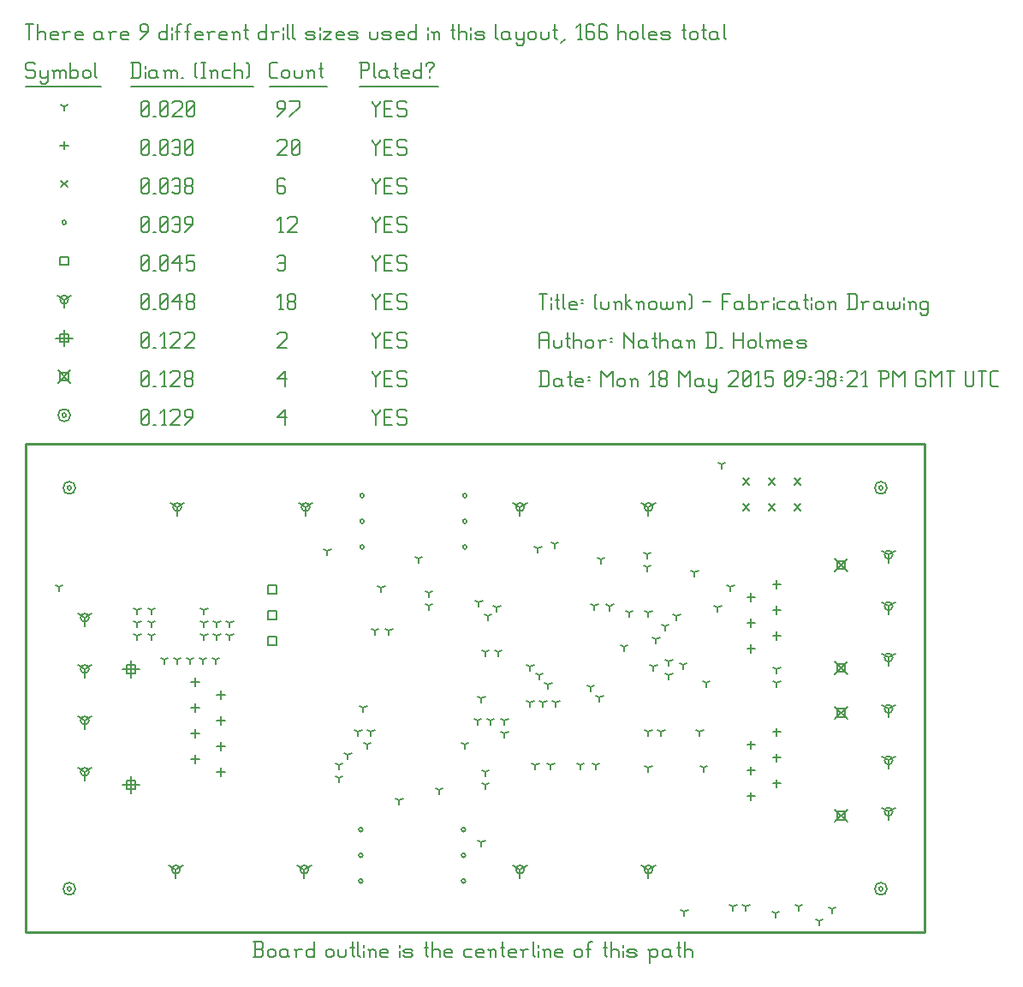
<source format=gbr>
G04 start of page 12 for group -3984 idx -3984 *
G04 Title: (unknown), fab *
G04 Creator: pcb 20140316 *
G04 CreationDate: Mon 18 May 2015 09:38:21 PM GMT UTC *
G04 For: ndholmes *
G04 Format: Gerber/RS-274X *
G04 PCB-Dimensions (mil): 3500.00 1900.00 *
G04 PCB-Coordinate-Origin: lower left *
%MOIN*%
%FSLAX25Y25*%
%LNFAB*%
%ADD117C,0.0100*%
%ADD116C,0.0060*%
%ADD115R,0.0080X0.0080*%
G54D115*X16200Y17000D02*G75*G03X17800Y17000I800J0D01*G01*
G75*G03X16200Y17000I-800J0D01*G01*
X14600D02*G75*G03X19400Y17000I2400J0D01*G01*
G75*G03X14600Y17000I-2400J0D01*G01*
X332200D02*G75*G03X333800Y17000I800J0D01*G01*
G75*G03X332200Y17000I-800J0D01*G01*
X330600D02*G75*G03X335400Y17000I2400J0D01*G01*
G75*G03X330600Y17000I-2400J0D01*G01*
X16200Y173000D02*G75*G03X17800Y173000I800J0D01*G01*
G75*G03X16200Y173000I-800J0D01*G01*
X14600D02*G75*G03X19400Y173000I2400J0D01*G01*
G75*G03X14600Y173000I-2400J0D01*G01*
X332200D02*G75*G03X333800Y173000I800J0D01*G01*
G75*G03X332200Y173000I-800J0D01*G01*
X330600D02*G75*G03X335400Y173000I2400J0D01*G01*
G75*G03X330600Y173000I-2400J0D01*G01*
X14200Y201250D02*G75*G03X15800Y201250I800J0D01*G01*
G75*G03X14200Y201250I-800J0D01*G01*
X12600D02*G75*G03X17400Y201250I2400J0D01*G01*
G75*G03X12600Y201250I-2400J0D01*G01*
G54D116*X135000Y203500D02*Y202750D01*
X136500Y201250D01*
X138000Y202750D01*
Y203500D02*Y202750D01*
X136500Y201250D02*Y197500D01*
X139800Y200500D02*X142050D01*
X139800Y197500D02*X142800D01*
X139800Y203500D02*Y197500D01*
Y203500D02*X142800D01*
X147600D02*X148350Y202750D01*
X145350Y203500D02*X147600D01*
X144600Y202750D02*X145350Y203500D01*
X144600Y202750D02*Y201250D01*
X145350Y200500D01*
X147600D01*
X148350Y199750D01*
Y198250D01*
X147600Y197500D02*X148350Y198250D01*
X145350Y197500D02*X147600D01*
X144600Y198250D02*X145350Y197500D01*
X98000Y200500D02*X101000Y203500D01*
X98000Y200500D02*X101750D01*
X101000Y203500D02*Y197500D01*
X45000Y198250D02*X45750Y197500D01*
X45000Y202750D02*Y198250D01*
Y202750D02*X45750Y203500D01*
X47250D01*
X48000Y202750D01*
Y198250D01*
X47250Y197500D02*X48000Y198250D01*
X45750Y197500D02*X47250D01*
X45000Y199000D02*X48000Y202000D01*
X49800Y197500D02*X50550D01*
X53100D02*X54600D01*
X53850Y203500D02*Y197500D01*
X52350Y202000D02*X53850Y203500D01*
X56400Y202750D02*X57150Y203500D01*
X59400D01*
X60150Y202750D01*
Y201250D01*
X56400Y197500D02*X60150Y201250D01*
X56400Y197500D02*X60150D01*
X61950D02*X64950Y200500D01*
Y202750D02*Y200500D01*
X64200Y203500D02*X64950Y202750D01*
X62700Y203500D02*X64200D01*
X61950Y202750D02*X62700Y203500D01*
X61950Y202750D02*Y201250D01*
X62700Y200500D01*
X64950D01*
X315100Y47900D02*X319900Y43100D01*
X315100D02*X319900Y47900D01*
X315900Y47100D02*X319100D01*
X315900D02*Y43900D01*
X319100D01*
Y47100D02*Y43900D01*
X315100Y87900D02*X319900Y83100D01*
X315100D02*X319900Y87900D01*
X315900Y87100D02*X319100D01*
X315900D02*Y83900D01*
X319100D01*
Y87100D02*Y83900D01*
X315100Y105400D02*X319900Y100600D01*
X315100D02*X319900Y105400D01*
X315900Y104600D02*X319100D01*
X315900D02*Y101400D01*
X319100D01*
Y104600D02*Y101400D01*
X315100Y145400D02*X319900Y140600D01*
X315100D02*X319900Y145400D01*
X315900Y144600D02*X319100D01*
X315900D02*Y141400D01*
X319100D01*
Y144600D02*Y141400D01*
X12600Y218650D02*X17400Y213850D01*
X12600D02*X17400Y218650D01*
X13400Y217850D02*X16600D01*
X13400D02*Y214650D01*
X16600D01*
Y217850D02*Y214650D01*
X135000Y218500D02*Y217750D01*
X136500Y216250D01*
X138000Y217750D01*
Y218500D02*Y217750D01*
X136500Y216250D02*Y212500D01*
X139800Y215500D02*X142050D01*
X139800Y212500D02*X142800D01*
X139800Y218500D02*Y212500D01*
Y218500D02*X142800D01*
X147600D02*X148350Y217750D01*
X145350Y218500D02*X147600D01*
X144600Y217750D02*X145350Y218500D01*
X144600Y217750D02*Y216250D01*
X145350Y215500D01*
X147600D01*
X148350Y214750D01*
Y213250D01*
X147600Y212500D02*X148350Y213250D01*
X145350Y212500D02*X147600D01*
X144600Y213250D02*X145350Y212500D01*
X98000Y215500D02*X101000Y218500D01*
X98000Y215500D02*X101750D01*
X101000Y218500D02*Y212500D01*
X45000Y213250D02*X45750Y212500D01*
X45000Y217750D02*Y213250D01*
Y217750D02*X45750Y218500D01*
X47250D01*
X48000Y217750D01*
Y213250D01*
X47250Y212500D02*X48000Y213250D01*
X45750Y212500D02*X47250D01*
X45000Y214000D02*X48000Y217000D01*
X49800Y212500D02*X50550D01*
X53100D02*X54600D01*
X53850Y218500D02*Y212500D01*
X52350Y217000D02*X53850Y218500D01*
X56400Y217750D02*X57150Y218500D01*
X59400D01*
X60150Y217750D01*
Y216250D01*
X56400Y212500D02*X60150Y216250D01*
X56400Y212500D02*X60150D01*
X61950Y213250D02*X62700Y212500D01*
X61950Y214750D02*Y213250D01*
Y214750D02*X62700Y215500D01*
X64200D01*
X64950Y214750D01*
Y213250D01*
X64200Y212500D02*X64950Y213250D01*
X62700Y212500D02*X64200D01*
X61950Y216250D02*X62700Y215500D01*
X61950Y217750D02*Y216250D01*
Y217750D02*X62700Y218500D01*
X64200D01*
X64950Y217750D01*
Y216250D01*
X64200Y215500D02*X64950Y216250D01*
X41000Y105700D02*Y99300D01*
X37800Y102500D02*X44200D01*
X39400Y104100D02*X42600D01*
X39400D02*Y100900D01*
X42600D01*
Y104100D02*Y100900D01*
X41000Y60700D02*Y54300D01*
X37800Y57500D02*X44200D01*
X39400Y59100D02*X42600D01*
X39400D02*Y55900D01*
X42600D01*
Y59100D02*Y55900D01*
X15000Y234450D02*Y228050D01*
X11800Y231250D02*X18200D01*
X13400Y232850D02*X16600D01*
X13400D02*Y229650D01*
X16600D01*
Y232850D02*Y229650D01*
X135000Y233500D02*Y232750D01*
X136500Y231250D01*
X138000Y232750D01*
Y233500D02*Y232750D01*
X136500Y231250D02*Y227500D01*
X139800Y230500D02*X142050D01*
X139800Y227500D02*X142800D01*
X139800Y233500D02*Y227500D01*
Y233500D02*X142800D01*
X147600D02*X148350Y232750D01*
X145350Y233500D02*X147600D01*
X144600Y232750D02*X145350Y233500D01*
X144600Y232750D02*Y231250D01*
X145350Y230500D01*
X147600D01*
X148350Y229750D01*
Y228250D01*
X147600Y227500D02*X148350Y228250D01*
X145350Y227500D02*X147600D01*
X144600Y228250D02*X145350Y227500D01*
X98000Y232750D02*X98750Y233500D01*
X101000D01*
X101750Y232750D01*
Y231250D01*
X98000Y227500D02*X101750Y231250D01*
X98000Y227500D02*X101750D01*
X45000Y228250D02*X45750Y227500D01*
X45000Y232750D02*Y228250D01*
Y232750D02*X45750Y233500D01*
X47250D01*
X48000Y232750D01*
Y228250D01*
X47250Y227500D02*X48000Y228250D01*
X45750Y227500D02*X47250D01*
X45000Y229000D02*X48000Y232000D01*
X49800Y227500D02*X50550D01*
X53100D02*X54600D01*
X53850Y233500D02*Y227500D01*
X52350Y232000D02*X53850Y233500D01*
X56400Y232750D02*X57150Y233500D01*
X59400D01*
X60150Y232750D01*
Y231250D01*
X56400Y227500D02*X60150Y231250D01*
X56400Y227500D02*X60150D01*
X61950Y232750D02*X62700Y233500D01*
X64950D01*
X65700Y232750D01*
Y231250D01*
X61950Y227500D02*X65700Y231250D01*
X61950Y227500D02*X65700D01*
X23000Y82500D02*Y79300D01*
Y82500D02*X25773Y84100D01*
X23000Y82500D02*X20227Y84100D01*
X21400Y82500D02*G75*G03X24600Y82500I1600J0D01*G01*
G75*G03X21400Y82500I-1600J0D01*G01*
X23000Y62500D02*Y59300D01*
Y62500D02*X25773Y64100D01*
X23000Y62500D02*X20227Y64100D01*
X21400Y62500D02*G75*G03X24600Y62500I1600J0D01*G01*
G75*G03X21400Y62500I-1600J0D01*G01*
X23000Y122500D02*Y119300D01*
Y122500D02*X25773Y124100D01*
X23000Y122500D02*X20227Y124100D01*
X21400Y122500D02*G75*G03X24600Y122500I1600J0D01*G01*
G75*G03X21400Y122500I-1600J0D01*G01*
X23000Y102500D02*Y99300D01*
Y102500D02*X25773Y104100D01*
X23000Y102500D02*X20227Y104100D01*
X21400Y102500D02*G75*G03X24600Y102500I1600J0D01*G01*
G75*G03X21400Y102500I-1600J0D01*G01*
X59000Y165500D02*Y162300D01*
Y165500D02*X61773Y167100D01*
X59000Y165500D02*X56227Y167100D01*
X57400Y165500D02*G75*G03X60600Y165500I1600J0D01*G01*
G75*G03X57400Y165500I-1600J0D01*G01*
X109000D02*Y162300D01*
Y165500D02*X111773Y167100D01*
X109000Y165500D02*X106227Y167100D01*
X107400Y165500D02*G75*G03X110600Y165500I1600J0D01*G01*
G75*G03X107400Y165500I-1600J0D01*G01*
X58500Y24500D02*Y21300D01*
Y24500D02*X61273Y26100D01*
X58500Y24500D02*X55727Y26100D01*
X56900Y24500D02*G75*G03X60100Y24500I1600J0D01*G01*
G75*G03X56900Y24500I-1600J0D01*G01*
X108500D02*Y21300D01*
Y24500D02*X111273Y26100D01*
X108500Y24500D02*X105727Y26100D01*
X106900Y24500D02*G75*G03X110100Y24500I1600J0D01*G01*
G75*G03X106900Y24500I-1600J0D01*G01*
X242500Y165500D02*Y162300D01*
Y165500D02*X245273Y167100D01*
X242500Y165500D02*X239727Y167100D01*
X240900Y165500D02*G75*G03X244100Y165500I1600J0D01*G01*
G75*G03X240900Y165500I-1600J0D01*G01*
X192500D02*Y162300D01*
Y165500D02*X195273Y167100D01*
X192500Y165500D02*X189727Y167100D01*
X190900Y165500D02*G75*G03X194100Y165500I1600J0D01*G01*
G75*G03X190900Y165500I-1600J0D01*G01*
X242500Y24500D02*Y21300D01*
Y24500D02*X245273Y26100D01*
X242500Y24500D02*X239727Y26100D01*
X240900Y24500D02*G75*G03X244100Y24500I1600J0D01*G01*
G75*G03X240900Y24500I-1600J0D01*G01*
X192500D02*Y21300D01*
Y24500D02*X195273Y26100D01*
X192500Y24500D02*X189727Y26100D01*
X190900Y24500D02*G75*G03X194100Y24500I1600J0D01*G01*
G75*G03X190900Y24500I-1600J0D01*G01*
X336000Y87000D02*Y83800D01*
Y87000D02*X338773Y88600D01*
X336000Y87000D02*X333227Y88600D01*
X334400Y87000D02*G75*G03X337600Y87000I1600J0D01*G01*
G75*G03X334400Y87000I-1600J0D01*G01*
X336000Y107000D02*Y103800D01*
Y107000D02*X338773Y108600D01*
X336000Y107000D02*X333227Y108600D01*
X334400Y107000D02*G75*G03X337600Y107000I1600J0D01*G01*
G75*G03X334400Y107000I-1600J0D01*G01*
X336000Y47000D02*Y43800D01*
Y47000D02*X338773Y48600D01*
X336000Y47000D02*X333227Y48600D01*
X334400Y47000D02*G75*G03X337600Y47000I1600J0D01*G01*
G75*G03X334400Y47000I-1600J0D01*G01*
X336000Y67000D02*Y63800D01*
Y67000D02*X338773Y68600D01*
X336000Y67000D02*X333227Y68600D01*
X334400Y67000D02*G75*G03X337600Y67000I1600J0D01*G01*
G75*G03X334400Y67000I-1600J0D01*G01*
X336000Y127000D02*Y123800D01*
Y127000D02*X338773Y128600D01*
X336000Y127000D02*X333227Y128600D01*
X334400Y127000D02*G75*G03X337600Y127000I1600J0D01*G01*
G75*G03X334400Y127000I-1600J0D01*G01*
X336000Y147000D02*Y143800D01*
Y147000D02*X338773Y148600D01*
X336000Y147000D02*X333227Y148600D01*
X334400Y147000D02*G75*G03X337600Y147000I1600J0D01*G01*
G75*G03X334400Y147000I-1600J0D01*G01*
X15000Y246250D02*Y243050D01*
Y246250D02*X17773Y247850D01*
X15000Y246250D02*X12227Y247850D01*
X13400Y246250D02*G75*G03X16600Y246250I1600J0D01*G01*
G75*G03X13400Y246250I-1600J0D01*G01*
X135000Y248500D02*Y247750D01*
X136500Y246250D01*
X138000Y247750D01*
Y248500D02*Y247750D01*
X136500Y246250D02*Y242500D01*
X139800Y245500D02*X142050D01*
X139800Y242500D02*X142800D01*
X139800Y248500D02*Y242500D01*
Y248500D02*X142800D01*
X147600D02*X148350Y247750D01*
X145350Y248500D02*X147600D01*
X144600Y247750D02*X145350Y248500D01*
X144600Y247750D02*Y246250D01*
X145350Y245500D01*
X147600D01*
X148350Y244750D01*
Y243250D01*
X147600Y242500D02*X148350Y243250D01*
X145350Y242500D02*X147600D01*
X144600Y243250D02*X145350Y242500D01*
X98750D02*X100250D01*
X99500Y248500D02*Y242500D01*
X98000Y247000D02*X99500Y248500D01*
X102050Y243250D02*X102800Y242500D01*
X102050Y244750D02*Y243250D01*
Y244750D02*X102800Y245500D01*
X104300D01*
X105050Y244750D01*
Y243250D01*
X104300Y242500D02*X105050Y243250D01*
X102800Y242500D02*X104300D01*
X102050Y246250D02*X102800Y245500D01*
X102050Y247750D02*Y246250D01*
Y247750D02*X102800Y248500D01*
X104300D01*
X105050Y247750D01*
Y246250D01*
X104300Y245500D02*X105050Y246250D01*
X45000Y243250D02*X45750Y242500D01*
X45000Y247750D02*Y243250D01*
Y247750D02*X45750Y248500D01*
X47250D01*
X48000Y247750D01*
Y243250D01*
X47250Y242500D02*X48000Y243250D01*
X45750Y242500D02*X47250D01*
X45000Y244000D02*X48000Y247000D01*
X49800Y242500D02*X50550D01*
X52350Y243250D02*X53100Y242500D01*
X52350Y247750D02*Y243250D01*
Y247750D02*X53100Y248500D01*
X54600D01*
X55350Y247750D01*
Y243250D01*
X54600Y242500D02*X55350Y243250D01*
X53100Y242500D02*X54600D01*
X52350Y244000D02*X55350Y247000D01*
X57150Y245500D02*X60150Y248500D01*
X57150Y245500D02*X60900D01*
X60150Y248500D02*Y242500D01*
X62700Y243250D02*X63450Y242500D01*
X62700Y244750D02*Y243250D01*
Y244750D02*X63450Y245500D01*
X64950D01*
X65700Y244750D01*
Y243250D01*
X64950Y242500D02*X65700Y243250D01*
X63450Y242500D02*X64950D01*
X62700Y246250D02*X63450Y245500D01*
X62700Y247750D02*Y246250D01*
Y247750D02*X63450Y248500D01*
X64950D01*
X65700Y247750D01*
Y246250D01*
X64950Y245500D02*X65700Y246250D01*
X94400Y115100D02*X97600D01*
X94400D02*Y111900D01*
X97600D01*
Y115100D02*Y111900D01*
X94400Y125100D02*X97600D01*
X94400D02*Y121900D01*
X97600D01*
Y125100D02*Y121900D01*
X94400Y135100D02*X97600D01*
X94400D02*Y131900D01*
X97600D01*
Y135100D02*Y131900D01*
X13400Y262850D02*X16600D01*
X13400D02*Y259650D01*
X16600D01*
Y262850D02*Y259650D01*
X135000Y263500D02*Y262750D01*
X136500Y261250D01*
X138000Y262750D01*
Y263500D02*Y262750D01*
X136500Y261250D02*Y257500D01*
X139800Y260500D02*X142050D01*
X139800Y257500D02*X142800D01*
X139800Y263500D02*Y257500D01*
Y263500D02*X142800D01*
X147600D02*X148350Y262750D01*
X145350Y263500D02*X147600D01*
X144600Y262750D02*X145350Y263500D01*
X144600Y262750D02*Y261250D01*
X145350Y260500D01*
X147600D01*
X148350Y259750D01*
Y258250D01*
X147600Y257500D02*X148350Y258250D01*
X145350Y257500D02*X147600D01*
X144600Y258250D02*X145350Y257500D01*
X98000Y262750D02*X98750Y263500D01*
X100250D01*
X101000Y262750D01*
Y258250D01*
X100250Y257500D02*X101000Y258250D01*
X98750Y257500D02*X100250D01*
X98000Y258250D02*X98750Y257500D01*
Y260500D02*X101000D01*
X45000Y258250D02*X45750Y257500D01*
X45000Y262750D02*Y258250D01*
Y262750D02*X45750Y263500D01*
X47250D01*
X48000Y262750D01*
Y258250D01*
X47250Y257500D02*X48000Y258250D01*
X45750Y257500D02*X47250D01*
X45000Y259000D02*X48000Y262000D01*
X49800Y257500D02*X50550D01*
X52350Y258250D02*X53100Y257500D01*
X52350Y262750D02*Y258250D01*
Y262750D02*X53100Y263500D01*
X54600D01*
X55350Y262750D01*
Y258250D01*
X54600Y257500D02*X55350Y258250D01*
X53100Y257500D02*X54600D01*
X52350Y259000D02*X55350Y262000D01*
X57150Y260500D02*X60150Y263500D01*
X57150Y260500D02*X60900D01*
X60150Y263500D02*Y257500D01*
X62700Y263500D02*X65700D01*
X62700D02*Y260500D01*
X63450Y261250D01*
X64950D01*
X65700Y260500D01*
Y258250D01*
X64950Y257500D02*X65700Y258250D01*
X63450Y257500D02*X64950D01*
X62700Y258250D02*X63450Y257500D01*
X130200Y170000D02*G75*G03X131800Y170000I800J0D01*G01*
G75*G03X130200Y170000I-800J0D01*G01*
Y160000D02*G75*G03X131800Y160000I800J0D01*G01*
G75*G03X130200Y160000I-800J0D01*G01*
Y150000D02*G75*G03X131800Y150000I800J0D01*G01*
G75*G03X130200Y150000I-800J0D01*G01*
X129700Y20000D02*G75*G03X131300Y20000I800J0D01*G01*
G75*G03X129700Y20000I-800J0D01*G01*
Y30000D02*G75*G03X131300Y30000I800J0D01*G01*
G75*G03X129700Y30000I-800J0D01*G01*
Y40000D02*G75*G03X131300Y40000I800J0D01*G01*
G75*G03X129700Y40000I-800J0D01*G01*
X169700Y20000D02*G75*G03X171300Y20000I800J0D01*G01*
G75*G03X169700Y20000I-800J0D01*G01*
Y30000D02*G75*G03X171300Y30000I800J0D01*G01*
G75*G03X169700Y30000I-800J0D01*G01*
Y40000D02*G75*G03X171300Y40000I800J0D01*G01*
G75*G03X169700Y40000I-800J0D01*G01*
X170200Y170000D02*G75*G03X171800Y170000I800J0D01*G01*
G75*G03X170200Y170000I-800J0D01*G01*
Y160000D02*G75*G03X171800Y160000I800J0D01*G01*
G75*G03X170200Y160000I-800J0D01*G01*
Y150000D02*G75*G03X171800Y150000I800J0D01*G01*
G75*G03X170200Y150000I-800J0D01*G01*
X14200Y276250D02*G75*G03X15800Y276250I800J0D01*G01*
G75*G03X14200Y276250I-800J0D01*G01*
X135000Y278500D02*Y277750D01*
X136500Y276250D01*
X138000Y277750D01*
Y278500D02*Y277750D01*
X136500Y276250D02*Y272500D01*
X139800Y275500D02*X142050D01*
X139800Y272500D02*X142800D01*
X139800Y278500D02*Y272500D01*
Y278500D02*X142800D01*
X147600D02*X148350Y277750D01*
X145350Y278500D02*X147600D01*
X144600Y277750D02*X145350Y278500D01*
X144600Y277750D02*Y276250D01*
X145350Y275500D01*
X147600D01*
X148350Y274750D01*
Y273250D01*
X147600Y272500D02*X148350Y273250D01*
X145350Y272500D02*X147600D01*
X144600Y273250D02*X145350Y272500D01*
X98750D02*X100250D01*
X99500Y278500D02*Y272500D01*
X98000Y277000D02*X99500Y278500D01*
X102050Y277750D02*X102800Y278500D01*
X105050D01*
X105800Y277750D01*
Y276250D01*
X102050Y272500D02*X105800Y276250D01*
X102050Y272500D02*X105800D01*
X45000Y273250D02*X45750Y272500D01*
X45000Y277750D02*Y273250D01*
Y277750D02*X45750Y278500D01*
X47250D01*
X48000Y277750D01*
Y273250D01*
X47250Y272500D02*X48000Y273250D01*
X45750Y272500D02*X47250D01*
X45000Y274000D02*X48000Y277000D01*
X49800Y272500D02*X50550D01*
X52350Y273250D02*X53100Y272500D01*
X52350Y277750D02*Y273250D01*
Y277750D02*X53100Y278500D01*
X54600D01*
X55350Y277750D01*
Y273250D01*
X54600Y272500D02*X55350Y273250D01*
X53100Y272500D02*X54600D01*
X52350Y274000D02*X55350Y277000D01*
X57150Y277750D02*X57900Y278500D01*
X59400D01*
X60150Y277750D01*
Y273250D01*
X59400Y272500D02*X60150Y273250D01*
X57900Y272500D02*X59400D01*
X57150Y273250D02*X57900Y272500D01*
Y275500D02*X60150D01*
X61950Y272500D02*X64950Y275500D01*
Y277750D02*Y275500D01*
X64200Y278500D02*X64950Y277750D01*
X62700Y278500D02*X64200D01*
X61950Y277750D02*X62700Y278500D01*
X61950Y277750D02*Y276250D01*
X62700Y275500D01*
X64950D01*
X279300Y166700D02*X281700Y164300D01*
X279300D02*X281700Y166700D01*
X289300D02*X291700Y164300D01*
X289300D02*X291700Y166700D01*
X299300D02*X301700Y164300D01*
X299300D02*X301700Y166700D01*
X279300Y176700D02*X281700Y174300D01*
X279300D02*X281700Y176700D01*
X289300D02*X291700Y174300D01*
X289300D02*X291700Y176700D01*
X299300D02*X301700Y174300D01*
X299300D02*X301700Y176700D01*
X13800Y292450D02*X16200Y290050D01*
X13800D02*X16200Y292450D01*
X135000Y293500D02*Y292750D01*
X136500Y291250D01*
X138000Y292750D01*
Y293500D02*Y292750D01*
X136500Y291250D02*Y287500D01*
X139800Y290500D02*X142050D01*
X139800Y287500D02*X142800D01*
X139800Y293500D02*Y287500D01*
Y293500D02*X142800D01*
X147600D02*X148350Y292750D01*
X145350Y293500D02*X147600D01*
X144600Y292750D02*X145350Y293500D01*
X144600Y292750D02*Y291250D01*
X145350Y290500D01*
X147600D01*
X148350Y289750D01*
Y288250D01*
X147600Y287500D02*X148350Y288250D01*
X145350Y287500D02*X147600D01*
X144600Y288250D02*X145350Y287500D01*
X100250Y293500D02*X101000Y292750D01*
X98750Y293500D02*X100250D01*
X98000Y292750D02*X98750Y293500D01*
X98000Y292750D02*Y288250D01*
X98750Y287500D01*
X100250Y290500D02*X101000Y289750D01*
X98000Y290500D02*X100250D01*
X98750Y287500D02*X100250D01*
X101000Y288250D01*
Y289750D02*Y288250D01*
X45000D02*X45750Y287500D01*
X45000Y292750D02*Y288250D01*
Y292750D02*X45750Y293500D01*
X47250D01*
X48000Y292750D01*
Y288250D01*
X47250Y287500D02*X48000Y288250D01*
X45750Y287500D02*X47250D01*
X45000Y289000D02*X48000Y292000D01*
X49800Y287500D02*X50550D01*
X52350Y288250D02*X53100Y287500D01*
X52350Y292750D02*Y288250D01*
Y292750D02*X53100Y293500D01*
X54600D01*
X55350Y292750D01*
Y288250D01*
X54600Y287500D02*X55350Y288250D01*
X53100Y287500D02*X54600D01*
X52350Y289000D02*X55350Y292000D01*
X57150Y292750D02*X57900Y293500D01*
X59400D01*
X60150Y292750D01*
Y288250D01*
X59400Y287500D02*X60150Y288250D01*
X57900Y287500D02*X59400D01*
X57150Y288250D02*X57900Y287500D01*
Y290500D02*X60150D01*
X61950Y288250D02*X62700Y287500D01*
X61950Y289750D02*Y288250D01*
Y289750D02*X62700Y290500D01*
X64200D01*
X64950Y289750D01*
Y288250D01*
X64200Y287500D02*X64950Y288250D01*
X62700Y287500D02*X64200D01*
X61950Y291250D02*X62700Y290500D01*
X61950Y292750D02*Y291250D01*
Y292750D02*X62700Y293500D01*
X64200D01*
X64950Y292750D01*
Y291250D01*
X64200Y290500D02*X64950Y291250D01*
X282500Y54600D02*Y51400D01*
X280900Y53000D02*X284100D01*
X292500Y59600D02*Y56400D01*
X290900Y58000D02*X294100D01*
X282500Y64600D02*Y61400D01*
X280900Y63000D02*X284100D01*
X292500Y69600D02*Y66400D01*
X290900Y68000D02*X294100D01*
X282500Y74600D02*Y71400D01*
X280900Y73000D02*X284100D01*
X292500Y79600D02*Y76400D01*
X290900Y78000D02*X294100D01*
X282500Y112100D02*Y108900D01*
X280900Y110500D02*X284100D01*
X292500Y117100D02*Y113900D01*
X290900Y115500D02*X294100D01*
X282500Y122100D02*Y118900D01*
X280900Y120500D02*X284100D01*
X292500Y127100D02*Y123900D01*
X290900Y125500D02*X294100D01*
X282500Y132100D02*Y128900D01*
X280900Y130500D02*X284100D01*
X292500Y137100D02*Y133900D01*
X290900Y135500D02*X294100D01*
X66000Y99100D02*Y95900D01*
X64400Y97500D02*X67600D01*
X76000Y94100D02*Y90900D01*
X74400Y92500D02*X77600D01*
X66000Y89100D02*Y85900D01*
X64400Y87500D02*X67600D01*
X76000Y84100D02*Y80900D01*
X74400Y82500D02*X77600D01*
X66000Y79100D02*Y75900D01*
X64400Y77500D02*X67600D01*
X76000Y74100D02*Y70900D01*
X74400Y72500D02*X77600D01*
X66000Y69100D02*Y65900D01*
X64400Y67500D02*X67600D01*
X76000Y64100D02*Y60900D01*
X74400Y62500D02*X77600D01*
X15000Y307850D02*Y304650D01*
X13400Y306250D02*X16600D01*
X135000Y308500D02*Y307750D01*
X136500Y306250D01*
X138000Y307750D01*
Y308500D02*Y307750D01*
X136500Y306250D02*Y302500D01*
X139800Y305500D02*X142050D01*
X139800Y302500D02*X142800D01*
X139800Y308500D02*Y302500D01*
Y308500D02*X142800D01*
X147600D02*X148350Y307750D01*
X145350Y308500D02*X147600D01*
X144600Y307750D02*X145350Y308500D01*
X144600Y307750D02*Y306250D01*
X145350Y305500D01*
X147600D01*
X148350Y304750D01*
Y303250D01*
X147600Y302500D02*X148350Y303250D01*
X145350Y302500D02*X147600D01*
X144600Y303250D02*X145350Y302500D01*
X98000Y307750D02*X98750Y308500D01*
X101000D01*
X101750Y307750D01*
Y306250D01*
X98000Y302500D02*X101750Y306250D01*
X98000Y302500D02*X101750D01*
X103550Y303250D02*X104300Y302500D01*
X103550Y307750D02*Y303250D01*
Y307750D02*X104300Y308500D01*
X105800D01*
X106550Y307750D01*
Y303250D01*
X105800Y302500D02*X106550Y303250D01*
X104300Y302500D02*X105800D01*
X103550Y304000D02*X106550Y307000D01*
X45000Y303250D02*X45750Y302500D01*
X45000Y307750D02*Y303250D01*
Y307750D02*X45750Y308500D01*
X47250D01*
X48000Y307750D01*
Y303250D01*
X47250Y302500D02*X48000Y303250D01*
X45750Y302500D02*X47250D01*
X45000Y304000D02*X48000Y307000D01*
X49800Y302500D02*X50550D01*
X52350Y303250D02*X53100Y302500D01*
X52350Y307750D02*Y303250D01*
Y307750D02*X53100Y308500D01*
X54600D01*
X55350Y307750D01*
Y303250D01*
X54600Y302500D02*X55350Y303250D01*
X53100Y302500D02*X54600D01*
X52350Y304000D02*X55350Y307000D01*
X57150Y307750D02*X57900Y308500D01*
X59400D01*
X60150Y307750D01*
Y303250D01*
X59400Y302500D02*X60150Y303250D01*
X57900Y302500D02*X59400D01*
X57150Y303250D02*X57900Y302500D01*
Y305500D02*X60150D01*
X61950Y303250D02*X62700Y302500D01*
X61950Y307750D02*Y303250D01*
Y307750D02*X62700Y308500D01*
X64200D01*
X64950Y307750D01*
Y303250D01*
X64200Y302500D02*X64950Y303250D01*
X62700Y302500D02*X64200D01*
X61950Y304000D02*X64950Y307000D01*
X54000Y106000D02*Y104400D01*
Y106000D02*X55387Y106800D01*
X54000Y106000D02*X52613Y106800D01*
X59000Y106000D02*Y104400D01*
Y106000D02*X60387Y106800D01*
X59000Y106000D02*X57613Y106800D01*
X64000Y106000D02*Y104400D01*
Y106000D02*X65387Y106800D01*
X64000Y106000D02*X62613Y106800D01*
X69000Y106000D02*Y104400D01*
Y106000D02*X70387Y106800D01*
X69000Y106000D02*X67613Y106800D01*
X74000Y106000D02*Y104400D01*
Y106000D02*X75387Y106800D01*
X74000Y106000D02*X72613Y106800D01*
X43500Y125500D02*Y123900D01*
Y125500D02*X44887Y126300D01*
X43500Y125500D02*X42113Y126300D01*
X43500Y120500D02*Y118900D01*
Y120500D02*X44887Y121300D01*
X43500Y120500D02*X42113Y121300D01*
X43500Y115500D02*Y113900D01*
Y115500D02*X44887Y116300D01*
X43500Y115500D02*X42113Y116300D01*
X49000Y125500D02*Y123900D01*
Y125500D02*X50387Y126300D01*
X49000Y125500D02*X47613Y126300D01*
X49000Y120500D02*Y118900D01*
Y120500D02*X50387Y121300D01*
X49000Y120500D02*X47613Y121300D01*
X49000Y115500D02*Y113900D01*
Y115500D02*X50387Y116300D01*
X49000Y115500D02*X47613Y116300D01*
X69500Y125500D02*Y123900D01*
Y125500D02*X70887Y126300D01*
X69500Y125500D02*X68113Y126300D01*
X69500Y120500D02*Y118900D01*
Y120500D02*X70887Y121300D01*
X69500Y120500D02*X68113Y121300D01*
X74500Y120500D02*Y118900D01*
Y120500D02*X75887Y121300D01*
X74500Y120500D02*X73113Y121300D01*
X74500Y115500D02*Y113900D01*
Y115500D02*X75887Y116300D01*
X74500Y115500D02*X73113Y116300D01*
X79500Y120500D02*Y118900D01*
Y120500D02*X80887Y121300D01*
X79500Y120500D02*X78113Y121300D01*
X79500Y115500D02*Y113900D01*
Y115500D02*X80887Y116300D01*
X79500Y115500D02*X78113Y116300D01*
X13000Y134500D02*Y132900D01*
Y134500D02*X14387Y135300D01*
X13000Y134500D02*X11613Y135300D01*
X69500Y115500D02*Y113900D01*
Y115500D02*X70887Y116300D01*
X69500Y115500D02*X68113Y116300D01*
X133000Y73000D02*Y71400D01*
Y73000D02*X134387Y73800D01*
X133000Y73000D02*X131613Y73800D01*
X171000Y73000D02*Y71400D01*
Y73000D02*X172387Y73800D01*
X171000Y73000D02*X169613Y73800D01*
X145500Y51500D02*Y49900D01*
Y51500D02*X146887Y52300D01*
X145500Y51500D02*X144113Y52300D01*
X134500Y78000D02*Y76400D01*
Y78000D02*X135887Y78800D01*
X134500Y78000D02*X133113Y78800D01*
X129500Y78000D02*Y76400D01*
Y78000D02*X130887Y78800D01*
X129500Y78000D02*X128113Y78800D01*
X131500Y87500D02*Y85900D01*
Y87500D02*X132887Y88300D01*
X131500Y87500D02*X130113Y88300D01*
X242500Y78000D02*Y76400D01*
Y78000D02*X243887Y78800D01*
X242500Y78000D02*X241113Y78800D01*
X247500Y78000D02*Y76400D01*
Y78000D02*X248887Y78800D01*
X247500Y78000D02*X246113Y78800D01*
X274500Y134500D02*Y132900D01*
Y134500D02*X275887Y135300D01*
X274500Y134500D02*X273113Y135300D01*
X269500Y126500D02*Y124900D01*
Y126500D02*X270887Y127300D01*
X269500Y126500D02*X268113Y127300D01*
X161000Y55500D02*Y53900D01*
Y55500D02*X162387Y56300D01*
X161000Y55500D02*X159613Y56300D01*
X179000Y62500D02*Y60900D01*
Y62500D02*X180387Y63300D01*
X179000Y62500D02*X177613Y63300D01*
X179000Y57500D02*Y55900D01*
Y57500D02*X180387Y58300D01*
X179000Y57500D02*X177613Y58300D01*
X242500Y64000D02*Y62400D01*
Y64000D02*X243887Y64800D01*
X242500Y64000D02*X241113Y64800D01*
X264000Y64000D02*Y62400D01*
Y64000D02*X265387Y64800D01*
X264000Y64000D02*X262613Y64800D01*
X262500Y78000D02*Y76400D01*
Y78000D02*X263887Y78800D01*
X262500Y78000D02*X261113Y78800D01*
X253500Y123000D02*Y121400D01*
Y123000D02*X254887Y123800D01*
X253500Y123000D02*X252113Y123800D01*
X249000Y119000D02*Y117400D01*
Y119000D02*X250387Y119800D01*
X249000Y119000D02*X247613Y119800D01*
X250500Y100000D02*Y98400D01*
Y100000D02*X251887Y100800D01*
X250500Y100000D02*X249113Y100800D01*
X250500Y105500D02*Y103900D01*
Y105500D02*X251887Y106300D01*
X250500Y105500D02*X249113Y106300D01*
X244500Y103500D02*Y101900D01*
Y103500D02*X245887Y104300D01*
X244500Y103500D02*X243113Y104300D01*
X265000Y97000D02*Y95400D01*
Y97000D02*X266387Y97800D01*
X265000Y97000D02*X263613Y97800D01*
X256000Y104000D02*Y102400D01*
Y104000D02*X257387Y104800D01*
X256000Y104000D02*X254613Y104800D01*
X292500Y102500D02*Y100900D01*
Y102500D02*X293887Y103300D01*
X292500Y102500D02*X291113Y103300D01*
X292500Y97000D02*Y95400D01*
Y97000D02*X293887Y97800D01*
X292500Y97000D02*X291113Y97800D01*
X179000Y109000D02*Y107400D01*
Y109000D02*X180387Y109800D01*
X179000Y109000D02*X177613Y109800D01*
X136000Y117500D02*Y115900D01*
Y117500D02*X137387Y118300D01*
X136000Y117500D02*X134613Y118300D01*
X157000Y132000D02*Y130400D01*
Y132000D02*X158387Y132800D01*
X157000Y132000D02*X155613Y132800D01*
X138500Y134000D02*Y132400D01*
Y134000D02*X139887Y134800D01*
X138500Y134000D02*X137113Y134800D01*
X117500Y148500D02*Y146900D01*
Y148500D02*X118887Y149300D01*
X117500Y148500D02*X116113Y149300D01*
X184000Y109000D02*Y107400D01*
Y109000D02*X185387Y109800D01*
X184000Y109000D02*X182613Y109800D01*
X177500Y91000D02*Y89400D01*
Y91000D02*X178887Y91800D01*
X177500Y91000D02*X176113Y91800D01*
X157000Y127000D02*Y125400D01*
Y127000D02*X158387Y127800D01*
X157000Y127000D02*X155613Y127800D01*
X196500Y89500D02*Y87900D01*
Y89500D02*X197887Y90300D01*
X196500Y89500D02*X195113Y90300D01*
X200000Y100000D02*Y98400D01*
Y100000D02*X201387Y100800D01*
X200000Y100000D02*X198613Y100800D01*
X203500Y96500D02*Y94900D01*
Y96500D02*X204887Y97300D01*
X203500Y96500D02*X202113Y97300D01*
X196500Y103500D02*Y101900D01*
Y103500D02*X197887Y104300D01*
X196500Y103500D02*X195113Y104300D01*
X201500Y89500D02*Y87900D01*
Y89500D02*X202887Y90300D01*
X201500Y89500D02*X200113Y90300D01*
X186500Y82500D02*Y80900D01*
Y82500D02*X187887Y83300D01*
X186500Y82500D02*X185113Y83300D01*
X186500Y77500D02*Y75900D01*
Y77500D02*X187887Y78300D01*
X186500Y77500D02*X185113Y78300D01*
X176000Y82500D02*Y80900D01*
Y82500D02*X177387Y83300D01*
X176000Y82500D02*X174613Y83300D01*
X181000Y82500D02*Y80900D01*
Y82500D02*X182387Y83300D01*
X181000Y82500D02*X179613Y83300D01*
X206500Y89500D02*Y87900D01*
Y89500D02*X207887Y90300D01*
X206500Y89500D02*X205113Y90300D01*
X198500Y65000D02*Y63400D01*
Y65000D02*X199887Y65800D01*
X198500Y65000D02*X197113Y65800D01*
X204500Y65000D02*Y63400D01*
Y65000D02*X205887Y65800D01*
X204500Y65000D02*X203113Y65800D01*
X216000Y65000D02*Y63400D01*
Y65000D02*X217387Y65800D01*
X216000Y65000D02*X214613Y65800D01*
X222000Y65000D02*Y63400D01*
Y65000D02*X223387Y65800D01*
X222000Y65000D02*X220613Y65800D01*
X242000Y147000D02*Y145400D01*
Y147000D02*X243387Y147800D01*
X242000Y147000D02*X240613Y147800D01*
X242000Y142000D02*Y140400D01*
Y142000D02*X243387Y142800D01*
X242000Y142000D02*X240613Y142800D01*
X220000Y95500D02*Y93900D01*
Y95500D02*X221387Y96300D01*
X220000Y95500D02*X218613Y96300D01*
X125500Y69000D02*Y67400D01*
Y69000D02*X126887Y69800D01*
X125500Y69000D02*X124113Y69800D01*
X122000Y65000D02*Y63400D01*
Y65000D02*X123387Y65800D01*
X122000Y65000D02*X120613Y65800D01*
X223500Y91500D02*Y89900D01*
Y91500D02*X224887Y92300D01*
X223500Y91500D02*X222113Y92300D01*
X233000Y111000D02*Y109400D01*
Y111000D02*X234387Y111800D01*
X233000Y111000D02*X231613Y111800D01*
X235000Y124500D02*Y122900D01*
Y124500D02*X236387Y125300D01*
X235000Y124500D02*X233613Y125300D01*
X122000Y60000D02*Y58400D01*
Y60000D02*X123387Y60800D01*
X122000Y60000D02*X120613Y60800D01*
X177500Y35000D02*Y33400D01*
Y35000D02*X178887Y35800D01*
X177500Y35000D02*X176113Y35800D01*
X242500Y124500D02*Y122900D01*
Y124500D02*X243887Y125300D01*
X242500Y124500D02*X241113Y125300D01*
X245500Y114000D02*Y112400D01*
Y114000D02*X246887Y114800D01*
X245500Y114000D02*X244113Y114800D01*
X260500Y140000D02*Y138400D01*
Y140000D02*X261887Y140800D01*
X260500Y140000D02*X259113Y140800D01*
X224000Y145000D02*Y143400D01*
Y145000D02*X225387Y145800D01*
X224000Y145000D02*X222613Y145800D01*
X221500Y127000D02*Y125400D01*
Y127000D02*X222887Y127800D01*
X221500Y127000D02*X220113Y127800D01*
X227500Y126900D02*Y125300D01*
Y126900D02*X228887Y127700D01*
X227500Y126900D02*X226113Y127700D01*
X256500Y8000D02*Y6400D01*
Y8000D02*X257887Y8800D01*
X256500Y8000D02*X255113Y8800D01*
X271000Y182000D02*Y180400D01*
Y182000D02*X272387Y182800D01*
X271000Y182000D02*X269613Y182800D01*
X206000Y151000D02*Y149400D01*
Y151000D02*X207387Y151800D01*
X206000Y151000D02*X204613Y151800D01*
X199500Y149500D02*Y147900D01*
Y149500D02*X200887Y150300D01*
X199500Y149500D02*X198113Y150300D01*
X141500Y117500D02*Y115900D01*
Y117500D02*X142887Y118300D01*
X141500Y117500D02*X140113Y118300D01*
X309000Y4500D02*Y2900D01*
Y4500D02*X310387Y5300D01*
X309000Y4500D02*X307613Y5300D01*
X314000Y9000D02*Y7400D01*
Y9000D02*X315387Y9800D01*
X314000Y9000D02*X312613Y9800D01*
X275500Y10000D02*Y8400D01*
Y10000D02*X276887Y10800D01*
X275500Y10000D02*X274113Y10800D01*
X280500Y10000D02*Y8400D01*
Y10000D02*X281887Y10800D01*
X280500Y10000D02*X279113Y10800D01*
X301000Y10000D02*Y8400D01*
Y10000D02*X302387Y10800D01*
X301000Y10000D02*X299613Y10800D01*
X292000Y7500D02*Y5900D01*
Y7500D02*X293387Y8300D01*
X292000Y7500D02*X290613Y8300D01*
X183500Y126500D02*Y124900D01*
Y126500D02*X184887Y127300D01*
X183500Y126500D02*X182113Y127300D01*
X176500Y128500D02*Y126900D01*
Y128500D02*X177887Y129300D01*
X176500Y128500D02*X175113Y129300D01*
X180000Y123000D02*Y121400D01*
Y123000D02*X181387Y123800D01*
X180000Y123000D02*X178613Y123800D01*
X153000Y145500D02*Y143900D01*
Y145500D02*X154387Y146300D01*
X153000Y145500D02*X151613Y146300D01*
X15000Y321250D02*Y319650D01*
Y321250D02*X16387Y322050D01*
X15000Y321250D02*X13613Y322050D01*
X135000Y323500D02*Y322750D01*
X136500Y321250D01*
X138000Y322750D01*
Y323500D02*Y322750D01*
X136500Y321250D02*Y317500D01*
X139800Y320500D02*X142050D01*
X139800Y317500D02*X142800D01*
X139800Y323500D02*Y317500D01*
Y323500D02*X142800D01*
X147600D02*X148350Y322750D01*
X145350Y323500D02*X147600D01*
X144600Y322750D02*X145350Y323500D01*
X144600Y322750D02*Y321250D01*
X145350Y320500D01*
X147600D01*
X148350Y319750D01*
Y318250D01*
X147600Y317500D02*X148350Y318250D01*
X145350Y317500D02*X147600D01*
X144600Y318250D02*X145350Y317500D01*
X98000D02*X101000Y320500D01*
Y322750D02*Y320500D01*
X100250Y323500D02*X101000Y322750D01*
X98750Y323500D02*X100250D01*
X98000Y322750D02*X98750Y323500D01*
X98000Y322750D02*Y321250D01*
X98750Y320500D01*
X101000D01*
X102800Y317500D02*X106550Y321250D01*
Y323500D02*Y321250D01*
X102800Y323500D02*X106550D01*
X45000Y318250D02*X45750Y317500D01*
X45000Y322750D02*Y318250D01*
Y322750D02*X45750Y323500D01*
X47250D01*
X48000Y322750D01*
Y318250D01*
X47250Y317500D02*X48000Y318250D01*
X45750Y317500D02*X47250D01*
X45000Y319000D02*X48000Y322000D01*
X49800Y317500D02*X50550D01*
X52350Y318250D02*X53100Y317500D01*
X52350Y322750D02*Y318250D01*
Y322750D02*X53100Y323500D01*
X54600D01*
X55350Y322750D01*
Y318250D01*
X54600Y317500D02*X55350Y318250D01*
X53100Y317500D02*X54600D01*
X52350Y319000D02*X55350Y322000D01*
X57150Y322750D02*X57900Y323500D01*
X60150D01*
X60900Y322750D01*
Y321250D01*
X57150Y317500D02*X60900Y321250D01*
X57150Y317500D02*X60900D01*
X62700Y318250D02*X63450Y317500D01*
X62700Y322750D02*Y318250D01*
Y322750D02*X63450Y323500D01*
X64950D01*
X65700Y322750D01*
Y318250D01*
X64950Y317500D02*X65700Y318250D01*
X63450Y317500D02*X64950D01*
X62700Y319000D02*X65700Y322000D01*
X3000Y338500D02*X3750Y337750D01*
X750Y338500D02*X3000D01*
X0Y337750D02*X750Y338500D01*
X0Y337750D02*Y336250D01*
X750Y335500D01*
X3000D01*
X3750Y334750D01*
Y333250D01*
X3000Y332500D02*X3750Y333250D01*
X750Y332500D02*X3000D01*
X0Y333250D02*X750Y332500D01*
X5550Y335500D02*Y333250D01*
X6300Y332500D01*
X8550Y335500D02*Y331000D01*
X7800Y330250D02*X8550Y331000D01*
X6300Y330250D02*X7800D01*
X5550Y331000D02*X6300Y330250D01*
Y332500D02*X7800D01*
X8550Y333250D01*
X11100Y334750D02*Y332500D01*
Y334750D02*X11850Y335500D01*
X12600D01*
X13350Y334750D01*
Y332500D01*
Y334750D02*X14100Y335500D01*
X14850D01*
X15600Y334750D01*
Y332500D01*
X10350Y335500D02*X11100Y334750D01*
X17400Y338500D02*Y332500D01*
Y333250D02*X18150Y332500D01*
X19650D01*
X20400Y333250D01*
Y334750D02*Y333250D01*
X19650Y335500D02*X20400Y334750D01*
X18150Y335500D02*X19650D01*
X17400Y334750D02*X18150Y335500D01*
X22200Y334750D02*Y333250D01*
Y334750D02*X22950Y335500D01*
X24450D01*
X25200Y334750D01*
Y333250D01*
X24450Y332500D02*X25200Y333250D01*
X22950Y332500D02*X24450D01*
X22200Y333250D02*X22950Y332500D01*
X27000Y338500D02*Y333250D01*
X27750Y332500D01*
X0Y329250D02*X29250D01*
X41750Y338500D02*Y332500D01*
X44000Y338500D02*X44750Y337750D01*
Y333250D01*
X44000Y332500D02*X44750Y333250D01*
X41000Y332500D02*X44000D01*
X41000Y338500D02*X44000D01*
X46550Y337000D02*Y336250D01*
Y334750D02*Y332500D01*
X50300Y335500D02*X51050Y334750D01*
X48800Y335500D02*X50300D01*
X48050Y334750D02*X48800Y335500D01*
X48050Y334750D02*Y333250D01*
X48800Y332500D01*
X51050Y335500D02*Y333250D01*
X51800Y332500D01*
X48800D02*X50300D01*
X51050Y333250D01*
X54350Y334750D02*Y332500D01*
Y334750D02*X55100Y335500D01*
X55850D01*
X56600Y334750D01*
Y332500D01*
Y334750D02*X57350Y335500D01*
X58100D01*
X58850Y334750D01*
Y332500D01*
X53600Y335500D02*X54350Y334750D01*
X60650Y332500D02*X61400D01*
X65900Y333250D02*X66650Y332500D01*
X65900Y337750D02*X66650Y338500D01*
X65900Y337750D02*Y333250D01*
X68450Y338500D02*X69950D01*
X69200D02*Y332500D01*
X68450D02*X69950D01*
X72500Y334750D02*Y332500D01*
Y334750D02*X73250Y335500D01*
X74000D01*
X74750Y334750D01*
Y332500D01*
X71750Y335500D02*X72500Y334750D01*
X77300Y335500D02*X79550D01*
X76550Y334750D02*X77300Y335500D01*
X76550Y334750D02*Y333250D01*
X77300Y332500D01*
X79550D01*
X81350Y338500D02*Y332500D01*
Y334750D02*X82100Y335500D01*
X83600D01*
X84350Y334750D01*
Y332500D01*
X86150Y338500D02*X86900Y337750D01*
Y333250D01*
X86150Y332500D02*X86900Y333250D01*
X41000Y329250D02*X88700D01*
X95750Y332500D02*X98000D01*
X95000Y333250D02*X95750Y332500D01*
X95000Y337750D02*Y333250D01*
Y337750D02*X95750Y338500D01*
X98000D01*
X99800Y334750D02*Y333250D01*
Y334750D02*X100550Y335500D01*
X102050D01*
X102800Y334750D01*
Y333250D01*
X102050Y332500D02*X102800Y333250D01*
X100550Y332500D02*X102050D01*
X99800Y333250D02*X100550Y332500D01*
X104600Y335500D02*Y333250D01*
X105350Y332500D01*
X106850D01*
X107600Y333250D01*
Y335500D02*Y333250D01*
X110150Y334750D02*Y332500D01*
Y334750D02*X110900Y335500D01*
X111650D01*
X112400Y334750D01*
Y332500D01*
X109400Y335500D02*X110150Y334750D01*
X114950Y338500D02*Y333250D01*
X115700Y332500D01*
X114200Y336250D02*X115700D01*
X95000Y329250D02*X117200D01*
X130750Y338500D02*Y332500D01*
X130000Y338500D02*X133000D01*
X133750Y337750D01*
Y336250D01*
X133000Y335500D02*X133750Y336250D01*
X130750Y335500D02*X133000D01*
X135550Y338500D02*Y333250D01*
X136300Y332500D01*
X140050Y335500D02*X140800Y334750D01*
X138550Y335500D02*X140050D01*
X137800Y334750D02*X138550Y335500D01*
X137800Y334750D02*Y333250D01*
X138550Y332500D01*
X140800Y335500D02*Y333250D01*
X141550Y332500D01*
X138550D02*X140050D01*
X140800Y333250D01*
X144100Y338500D02*Y333250D01*
X144850Y332500D01*
X143350Y336250D02*X144850D01*
X147100Y332500D02*X149350D01*
X146350Y333250D02*X147100Y332500D01*
X146350Y334750D02*Y333250D01*
Y334750D02*X147100Y335500D01*
X148600D01*
X149350Y334750D01*
X146350Y334000D02*X149350D01*
Y334750D02*Y334000D01*
X154150Y338500D02*Y332500D01*
X153400D02*X154150Y333250D01*
X151900Y332500D02*X153400D01*
X151150Y333250D02*X151900Y332500D01*
X151150Y334750D02*Y333250D01*
Y334750D02*X151900Y335500D01*
X153400D01*
X154150Y334750D01*
X157450Y335500D02*Y334750D01*
Y333250D02*Y332500D01*
X155950Y337750D02*Y337000D01*
Y337750D02*X156700Y338500D01*
X158200D01*
X158950Y337750D01*
Y337000D01*
X157450Y335500D02*X158950Y337000D01*
X130000Y329250D02*X160750D01*
X0Y353500D02*X3000D01*
X1500D02*Y347500D01*
X4800Y353500D02*Y347500D01*
Y349750D02*X5550Y350500D01*
X7050D01*
X7800Y349750D01*
Y347500D01*
X10350D02*X12600D01*
X9600Y348250D02*X10350Y347500D01*
X9600Y349750D02*Y348250D01*
Y349750D02*X10350Y350500D01*
X11850D01*
X12600Y349750D01*
X9600Y349000D02*X12600D01*
Y349750D02*Y349000D01*
X15150Y349750D02*Y347500D01*
Y349750D02*X15900Y350500D01*
X17400D01*
X14400D02*X15150Y349750D01*
X19950Y347500D02*X22200D01*
X19200Y348250D02*X19950Y347500D01*
X19200Y349750D02*Y348250D01*
Y349750D02*X19950Y350500D01*
X21450D01*
X22200Y349750D01*
X19200Y349000D02*X22200D01*
Y349750D02*Y349000D01*
X28950Y350500D02*X29700Y349750D01*
X27450Y350500D02*X28950D01*
X26700Y349750D02*X27450Y350500D01*
X26700Y349750D02*Y348250D01*
X27450Y347500D01*
X29700Y350500D02*Y348250D01*
X30450Y347500D01*
X27450D02*X28950D01*
X29700Y348250D01*
X33000Y349750D02*Y347500D01*
Y349750D02*X33750Y350500D01*
X35250D01*
X32250D02*X33000Y349750D01*
X37800Y347500D02*X40050D01*
X37050Y348250D02*X37800Y347500D01*
X37050Y349750D02*Y348250D01*
Y349750D02*X37800Y350500D01*
X39300D01*
X40050Y349750D01*
X37050Y349000D02*X40050D01*
Y349750D02*Y349000D01*
X44550Y347500D02*X47550Y350500D01*
Y352750D02*Y350500D01*
X46800Y353500D02*X47550Y352750D01*
X45300Y353500D02*X46800D01*
X44550Y352750D02*X45300Y353500D01*
X44550Y352750D02*Y351250D01*
X45300Y350500D01*
X47550D01*
X55050Y353500D02*Y347500D01*
X54300D02*X55050Y348250D01*
X52800Y347500D02*X54300D01*
X52050Y348250D02*X52800Y347500D01*
X52050Y349750D02*Y348250D01*
Y349750D02*X52800Y350500D01*
X54300D01*
X55050Y349750D01*
X56850Y352000D02*Y351250D01*
Y349750D02*Y347500D01*
X59100Y352750D02*Y347500D01*
Y352750D02*X59850Y353500D01*
X60600D01*
X58350Y350500D02*X59850D01*
X62850Y352750D02*Y347500D01*
Y352750D02*X63600Y353500D01*
X64350D01*
X62100Y350500D02*X63600D01*
X66600Y347500D02*X68850D01*
X65850Y348250D02*X66600Y347500D01*
X65850Y349750D02*Y348250D01*
Y349750D02*X66600Y350500D01*
X68100D01*
X68850Y349750D01*
X65850Y349000D02*X68850D01*
Y349750D02*Y349000D01*
X71400Y349750D02*Y347500D01*
Y349750D02*X72150Y350500D01*
X73650D01*
X70650D02*X71400Y349750D01*
X76200Y347500D02*X78450D01*
X75450Y348250D02*X76200Y347500D01*
X75450Y349750D02*Y348250D01*
Y349750D02*X76200Y350500D01*
X77700D01*
X78450Y349750D01*
X75450Y349000D02*X78450D01*
Y349750D02*Y349000D01*
X81000Y349750D02*Y347500D01*
Y349750D02*X81750Y350500D01*
X82500D01*
X83250Y349750D01*
Y347500D01*
X80250Y350500D02*X81000Y349750D01*
X85800Y353500D02*Y348250D01*
X86550Y347500D01*
X85050Y351250D02*X86550D01*
X93750Y353500D02*Y347500D01*
X93000D02*X93750Y348250D01*
X91500Y347500D02*X93000D01*
X90750Y348250D02*X91500Y347500D01*
X90750Y349750D02*Y348250D01*
Y349750D02*X91500Y350500D01*
X93000D01*
X93750Y349750D01*
X96300D02*Y347500D01*
Y349750D02*X97050Y350500D01*
X98550D01*
X95550D02*X96300Y349750D01*
X100350Y352000D02*Y351250D01*
Y349750D02*Y347500D01*
X101850Y353500D02*Y348250D01*
X102600Y347500D01*
X104100Y353500D02*Y348250D01*
X104850Y347500D01*
X109800D02*X112050D01*
X112800Y348250D01*
X112050Y349000D02*X112800Y348250D01*
X109800Y349000D02*X112050D01*
X109050Y349750D02*X109800Y349000D01*
X109050Y349750D02*X109800Y350500D01*
X112050D01*
X112800Y349750D01*
X109050Y348250D02*X109800Y347500D01*
X114600Y352000D02*Y351250D01*
Y349750D02*Y347500D01*
X116100Y350500D02*X119100D01*
X116100Y347500D02*X119100Y350500D01*
X116100Y347500D02*X119100D01*
X121650D02*X123900D01*
X120900Y348250D02*X121650Y347500D01*
X120900Y349750D02*Y348250D01*
Y349750D02*X121650Y350500D01*
X123150D01*
X123900Y349750D01*
X120900Y349000D02*X123900D01*
Y349750D02*Y349000D01*
X126450Y347500D02*X128700D01*
X129450Y348250D01*
X128700Y349000D02*X129450Y348250D01*
X126450Y349000D02*X128700D01*
X125700Y349750D02*X126450Y349000D01*
X125700Y349750D02*X126450Y350500D01*
X128700D01*
X129450Y349750D01*
X125700Y348250D02*X126450Y347500D01*
X133950Y350500D02*Y348250D01*
X134700Y347500D01*
X136200D01*
X136950Y348250D01*
Y350500D02*Y348250D01*
X139500Y347500D02*X141750D01*
X142500Y348250D01*
X141750Y349000D02*X142500Y348250D01*
X139500Y349000D02*X141750D01*
X138750Y349750D02*X139500Y349000D01*
X138750Y349750D02*X139500Y350500D01*
X141750D01*
X142500Y349750D01*
X138750Y348250D02*X139500Y347500D01*
X145050D02*X147300D01*
X144300Y348250D02*X145050Y347500D01*
X144300Y349750D02*Y348250D01*
Y349750D02*X145050Y350500D01*
X146550D01*
X147300Y349750D01*
X144300Y349000D02*X147300D01*
Y349750D02*Y349000D01*
X152100Y353500D02*Y347500D01*
X151350D02*X152100Y348250D01*
X149850Y347500D02*X151350D01*
X149100Y348250D02*X149850Y347500D01*
X149100Y349750D02*Y348250D01*
Y349750D02*X149850Y350500D01*
X151350D01*
X152100Y349750D01*
X156600Y352000D02*Y351250D01*
Y349750D02*Y347500D01*
X158850Y349750D02*Y347500D01*
Y349750D02*X159600Y350500D01*
X160350D01*
X161100Y349750D01*
Y347500D01*
X158100Y350500D02*X158850Y349750D01*
X166350Y353500D02*Y348250D01*
X167100Y347500D01*
X165600Y351250D02*X167100D01*
X168600Y353500D02*Y347500D01*
Y349750D02*X169350Y350500D01*
X170850D01*
X171600Y349750D01*
Y347500D01*
X173400Y352000D02*Y351250D01*
Y349750D02*Y347500D01*
X175650D02*X177900D01*
X178650Y348250D01*
X177900Y349000D02*X178650Y348250D01*
X175650Y349000D02*X177900D01*
X174900Y349750D02*X175650Y349000D01*
X174900Y349750D02*X175650Y350500D01*
X177900D01*
X178650Y349750D01*
X174900Y348250D02*X175650Y347500D01*
X183150Y353500D02*Y348250D01*
X183900Y347500D01*
X187650Y350500D02*X188400Y349750D01*
X186150Y350500D02*X187650D01*
X185400Y349750D02*X186150Y350500D01*
X185400Y349750D02*Y348250D01*
X186150Y347500D01*
X188400Y350500D02*Y348250D01*
X189150Y347500D01*
X186150D02*X187650D01*
X188400Y348250D01*
X190950Y350500D02*Y348250D01*
X191700Y347500D01*
X193950Y350500D02*Y346000D01*
X193200Y345250D02*X193950Y346000D01*
X191700Y345250D02*X193200D01*
X190950Y346000D02*X191700Y345250D01*
Y347500D02*X193200D01*
X193950Y348250D01*
X195750Y349750D02*Y348250D01*
Y349750D02*X196500Y350500D01*
X198000D01*
X198750Y349750D01*
Y348250D01*
X198000Y347500D02*X198750Y348250D01*
X196500Y347500D02*X198000D01*
X195750Y348250D02*X196500Y347500D01*
X200550Y350500D02*Y348250D01*
X201300Y347500D01*
X202800D01*
X203550Y348250D01*
Y350500D02*Y348250D01*
X206100Y353500D02*Y348250D01*
X206850Y347500D01*
X205350Y351250D02*X206850D01*
X208350Y346000D02*X209850Y347500D01*
X215100D02*X216600D01*
X215850Y353500D02*Y347500D01*
X214350Y352000D02*X215850Y353500D01*
X220650D02*X221400Y352750D01*
X219150Y353500D02*X220650D01*
X218400Y352750D02*X219150Y353500D01*
X218400Y352750D02*Y348250D01*
X219150Y347500D01*
X220650Y350500D02*X221400Y349750D01*
X218400Y350500D02*X220650D01*
X219150Y347500D02*X220650D01*
X221400Y348250D01*
Y349750D02*Y348250D01*
X225450Y353500D02*X226200Y352750D01*
X223950Y353500D02*X225450D01*
X223200Y352750D02*X223950Y353500D01*
X223200Y352750D02*Y348250D01*
X223950Y347500D01*
X225450Y350500D02*X226200Y349750D01*
X223200Y350500D02*X225450D01*
X223950Y347500D02*X225450D01*
X226200Y348250D01*
Y349750D02*Y348250D01*
X230700Y353500D02*Y347500D01*
Y349750D02*X231450Y350500D01*
X232950D01*
X233700Y349750D01*
Y347500D01*
X235500Y349750D02*Y348250D01*
Y349750D02*X236250Y350500D01*
X237750D01*
X238500Y349750D01*
Y348250D01*
X237750Y347500D02*X238500Y348250D01*
X236250Y347500D02*X237750D01*
X235500Y348250D02*X236250Y347500D01*
X240300Y353500D02*Y348250D01*
X241050Y347500D01*
X243300D02*X245550D01*
X242550Y348250D02*X243300Y347500D01*
X242550Y349750D02*Y348250D01*
Y349750D02*X243300Y350500D01*
X244800D01*
X245550Y349750D01*
X242550Y349000D02*X245550D01*
Y349750D02*Y349000D01*
X248100Y347500D02*X250350D01*
X251100Y348250D01*
X250350Y349000D02*X251100Y348250D01*
X248100Y349000D02*X250350D01*
X247350Y349750D02*X248100Y349000D01*
X247350Y349750D02*X248100Y350500D01*
X250350D01*
X251100Y349750D01*
X247350Y348250D02*X248100Y347500D01*
X256350Y353500D02*Y348250D01*
X257100Y347500D01*
X255600Y351250D02*X257100D01*
X258600Y349750D02*Y348250D01*
Y349750D02*X259350Y350500D01*
X260850D01*
X261600Y349750D01*
Y348250D01*
X260850Y347500D02*X261600Y348250D01*
X259350Y347500D02*X260850D01*
X258600Y348250D02*X259350Y347500D01*
X264150Y353500D02*Y348250D01*
X264900Y347500D01*
X263400Y351250D02*X264900D01*
X268650Y350500D02*X269400Y349750D01*
X267150Y350500D02*X268650D01*
X266400Y349750D02*X267150Y350500D01*
X266400Y349750D02*Y348250D01*
X267150Y347500D01*
X269400Y350500D02*Y348250D01*
X270150Y347500D01*
X267150D02*X268650D01*
X269400Y348250D01*
X271950Y353500D02*Y348250D01*
X272700Y347500D01*
G54D117*X0Y0D02*X350000D01*
Y190000D01*
X0D01*
Y0D01*
G54D116*X88675Y-9500D02*X91675D01*
X92425Y-8750D01*
Y-7250D02*Y-8750D01*
X91675Y-6500D02*X92425Y-7250D01*
X89425Y-6500D02*X91675D01*
X89425Y-3500D02*Y-9500D01*
X88675Y-3500D02*X91675D01*
X92425Y-4250D01*
Y-5750D01*
X91675Y-6500D02*X92425Y-5750D01*
X94225Y-7250D02*Y-8750D01*
Y-7250D02*X94975Y-6500D01*
X96475D01*
X97225Y-7250D01*
Y-8750D01*
X96475Y-9500D02*X97225Y-8750D01*
X94975Y-9500D02*X96475D01*
X94225Y-8750D02*X94975Y-9500D01*
X101275Y-6500D02*X102025Y-7250D01*
X99775Y-6500D02*X101275D01*
X99025Y-7250D02*X99775Y-6500D01*
X99025Y-7250D02*Y-8750D01*
X99775Y-9500D01*
X102025Y-6500D02*Y-8750D01*
X102775Y-9500D01*
X99775D02*X101275D01*
X102025Y-8750D01*
X105325Y-7250D02*Y-9500D01*
Y-7250D02*X106075Y-6500D01*
X107575D01*
X104575D02*X105325Y-7250D01*
X112375Y-3500D02*Y-9500D01*
X111625D02*X112375Y-8750D01*
X110125Y-9500D02*X111625D01*
X109375Y-8750D02*X110125Y-9500D01*
X109375Y-7250D02*Y-8750D01*
Y-7250D02*X110125Y-6500D01*
X111625D01*
X112375Y-7250D01*
X116875D02*Y-8750D01*
Y-7250D02*X117625Y-6500D01*
X119125D01*
X119875Y-7250D01*
Y-8750D01*
X119125Y-9500D02*X119875Y-8750D01*
X117625Y-9500D02*X119125D01*
X116875Y-8750D02*X117625Y-9500D01*
X121675Y-6500D02*Y-8750D01*
X122425Y-9500D01*
X123925D01*
X124675Y-8750D01*
Y-6500D02*Y-8750D01*
X127225Y-3500D02*Y-8750D01*
X127975Y-9500D01*
X126475Y-5750D02*X127975D01*
X129475Y-3500D02*Y-8750D01*
X130225Y-9500D01*
X131725Y-5000D02*Y-5750D01*
Y-7250D02*Y-9500D01*
X133975Y-7250D02*Y-9500D01*
Y-7250D02*X134725Y-6500D01*
X135475D01*
X136225Y-7250D01*
Y-9500D01*
X133225Y-6500D02*X133975Y-7250D01*
X138775Y-9500D02*X141025D01*
X138025Y-8750D02*X138775Y-9500D01*
X138025Y-7250D02*Y-8750D01*
Y-7250D02*X138775Y-6500D01*
X140275D01*
X141025Y-7250D01*
X138025Y-8000D02*X141025D01*
Y-7250D02*Y-8000D01*
X145525Y-5000D02*Y-5750D01*
Y-7250D02*Y-9500D01*
X147775D02*X150025D01*
X150775Y-8750D01*
X150025Y-8000D02*X150775Y-8750D01*
X147775Y-8000D02*X150025D01*
X147025Y-7250D02*X147775Y-8000D01*
X147025Y-7250D02*X147775Y-6500D01*
X150025D01*
X150775Y-7250D01*
X147025Y-8750D02*X147775Y-9500D01*
X156025Y-3500D02*Y-8750D01*
X156775Y-9500D01*
X155275Y-5750D02*X156775D01*
X158275Y-3500D02*Y-9500D01*
Y-7250D02*X159025Y-6500D01*
X160525D01*
X161275Y-7250D01*
Y-9500D01*
X163825D02*X166075D01*
X163075Y-8750D02*X163825Y-9500D01*
X163075Y-7250D02*Y-8750D01*
Y-7250D02*X163825Y-6500D01*
X165325D01*
X166075Y-7250D01*
X163075Y-8000D02*X166075D01*
Y-7250D02*Y-8000D01*
X171325Y-6500D02*X173575D01*
X170575Y-7250D02*X171325Y-6500D01*
X170575Y-7250D02*Y-8750D01*
X171325Y-9500D01*
X173575D01*
X176125D02*X178375D01*
X175375Y-8750D02*X176125Y-9500D01*
X175375Y-7250D02*Y-8750D01*
Y-7250D02*X176125Y-6500D01*
X177625D01*
X178375Y-7250D01*
X175375Y-8000D02*X178375D01*
Y-7250D02*Y-8000D01*
X180925Y-7250D02*Y-9500D01*
Y-7250D02*X181675Y-6500D01*
X182425D01*
X183175Y-7250D01*
Y-9500D01*
X180175Y-6500D02*X180925Y-7250D01*
X185725Y-3500D02*Y-8750D01*
X186475Y-9500D01*
X184975Y-5750D02*X186475D01*
X188725Y-9500D02*X190975D01*
X187975Y-8750D02*X188725Y-9500D01*
X187975Y-7250D02*Y-8750D01*
Y-7250D02*X188725Y-6500D01*
X190225D01*
X190975Y-7250D01*
X187975Y-8000D02*X190975D01*
Y-7250D02*Y-8000D01*
X193525Y-7250D02*Y-9500D01*
Y-7250D02*X194275Y-6500D01*
X195775D01*
X192775D02*X193525Y-7250D01*
X197575Y-3500D02*Y-8750D01*
X198325Y-9500D01*
X199825Y-5000D02*Y-5750D01*
Y-7250D02*Y-9500D01*
X202075Y-7250D02*Y-9500D01*
Y-7250D02*X202825Y-6500D01*
X203575D01*
X204325Y-7250D01*
Y-9500D01*
X201325Y-6500D02*X202075Y-7250D01*
X206875Y-9500D02*X209125D01*
X206125Y-8750D02*X206875Y-9500D01*
X206125Y-7250D02*Y-8750D01*
Y-7250D02*X206875Y-6500D01*
X208375D01*
X209125Y-7250D01*
X206125Y-8000D02*X209125D01*
Y-7250D02*Y-8000D01*
X213625Y-7250D02*Y-8750D01*
Y-7250D02*X214375Y-6500D01*
X215875D01*
X216625Y-7250D01*
Y-8750D01*
X215875Y-9500D02*X216625Y-8750D01*
X214375Y-9500D02*X215875D01*
X213625Y-8750D02*X214375Y-9500D01*
X219175Y-4250D02*Y-9500D01*
Y-4250D02*X219925Y-3500D01*
X220675D01*
X218425Y-6500D02*X219925D01*
X225625Y-3500D02*Y-8750D01*
X226375Y-9500D01*
X224875Y-5750D02*X226375D01*
X227875Y-3500D02*Y-9500D01*
Y-7250D02*X228625Y-6500D01*
X230125D01*
X230875Y-7250D01*
Y-9500D01*
X232675Y-5000D02*Y-5750D01*
Y-7250D02*Y-9500D01*
X234925D02*X237175D01*
X237925Y-8750D01*
X237175Y-8000D02*X237925Y-8750D01*
X234925Y-8000D02*X237175D01*
X234175Y-7250D02*X234925Y-8000D01*
X234175Y-7250D02*X234925Y-6500D01*
X237175D01*
X237925Y-7250D01*
X234175Y-8750D02*X234925Y-9500D01*
X243175Y-7250D02*Y-11750D01*
X242425Y-6500D02*X243175Y-7250D01*
X243925Y-6500D01*
X245425D01*
X246175Y-7250D01*
Y-8750D01*
X245425Y-9500D02*X246175Y-8750D01*
X243925Y-9500D02*X245425D01*
X243175Y-8750D02*X243925Y-9500D01*
X250225Y-6500D02*X250975Y-7250D01*
X248725Y-6500D02*X250225D01*
X247975Y-7250D02*X248725Y-6500D01*
X247975Y-7250D02*Y-8750D01*
X248725Y-9500D01*
X250975Y-6500D02*Y-8750D01*
X251725Y-9500D01*
X248725D02*X250225D01*
X250975Y-8750D01*
X254275Y-3500D02*Y-8750D01*
X255025Y-9500D01*
X253525Y-5750D02*X255025D01*
X256525Y-3500D02*Y-9500D01*
Y-7250D02*X257275Y-6500D01*
X258775D01*
X259525Y-7250D01*
Y-9500D01*
X200750Y218500D02*Y212500D01*
X203000Y218500D02*X203750Y217750D01*
Y213250D01*
X203000Y212500D02*X203750Y213250D01*
X200000Y212500D02*X203000D01*
X200000Y218500D02*X203000D01*
X207800Y215500D02*X208550Y214750D01*
X206300Y215500D02*X207800D01*
X205550Y214750D02*X206300Y215500D01*
X205550Y214750D02*Y213250D01*
X206300Y212500D01*
X208550Y215500D02*Y213250D01*
X209300Y212500D01*
X206300D02*X207800D01*
X208550Y213250D01*
X211850Y218500D02*Y213250D01*
X212600Y212500D01*
X211100Y216250D02*X212600D01*
X214850Y212500D02*X217100D01*
X214100Y213250D02*X214850Y212500D01*
X214100Y214750D02*Y213250D01*
Y214750D02*X214850Y215500D01*
X216350D01*
X217100Y214750D01*
X214100Y214000D02*X217100D01*
Y214750D02*Y214000D01*
X218900Y216250D02*X219650D01*
X218900Y214750D02*X219650D01*
X224150Y218500D02*Y212500D01*
Y218500D02*X226400Y216250D01*
X228650Y218500D01*
Y212500D01*
X230450Y214750D02*Y213250D01*
Y214750D02*X231200Y215500D01*
X232700D01*
X233450Y214750D01*
Y213250D01*
X232700Y212500D02*X233450Y213250D01*
X231200Y212500D02*X232700D01*
X230450Y213250D02*X231200Y212500D01*
X236000Y214750D02*Y212500D01*
Y214750D02*X236750Y215500D01*
X237500D01*
X238250Y214750D01*
Y212500D01*
X235250Y215500D02*X236000Y214750D01*
X243500Y212500D02*X245000D01*
X244250Y218500D02*Y212500D01*
X242750Y217000D02*X244250Y218500D01*
X246800Y213250D02*X247550Y212500D01*
X246800Y214750D02*Y213250D01*
Y214750D02*X247550Y215500D01*
X249050D01*
X249800Y214750D01*
Y213250D01*
X249050Y212500D02*X249800Y213250D01*
X247550Y212500D02*X249050D01*
X246800Y216250D02*X247550Y215500D01*
X246800Y217750D02*Y216250D01*
Y217750D02*X247550Y218500D01*
X249050D01*
X249800Y217750D01*
Y216250D01*
X249050Y215500D02*X249800Y216250D01*
X254300Y218500D02*Y212500D01*
Y218500D02*X256550Y216250D01*
X258800Y218500D01*
Y212500D01*
X262850Y215500D02*X263600Y214750D01*
X261350Y215500D02*X262850D01*
X260600Y214750D02*X261350Y215500D01*
X260600Y214750D02*Y213250D01*
X261350Y212500D01*
X263600Y215500D02*Y213250D01*
X264350Y212500D01*
X261350D02*X262850D01*
X263600Y213250D01*
X266150Y215500D02*Y213250D01*
X266900Y212500D01*
X269150Y215500D02*Y211000D01*
X268400Y210250D02*X269150Y211000D01*
X266900Y210250D02*X268400D01*
X266150Y211000D02*X266900Y210250D01*
Y212500D02*X268400D01*
X269150Y213250D01*
X273650Y217750D02*X274400Y218500D01*
X276650D01*
X277400Y217750D01*
Y216250D01*
X273650Y212500D02*X277400Y216250D01*
X273650Y212500D02*X277400D01*
X279200Y213250D02*X279950Y212500D01*
X279200Y217750D02*Y213250D01*
Y217750D02*X279950Y218500D01*
X281450D01*
X282200Y217750D01*
Y213250D01*
X281450Y212500D02*X282200Y213250D01*
X279950Y212500D02*X281450D01*
X279200Y214000D02*X282200Y217000D01*
X284750Y212500D02*X286250D01*
X285500Y218500D02*Y212500D01*
X284000Y217000D02*X285500Y218500D01*
X288050D02*X291050D01*
X288050D02*Y215500D01*
X288800Y216250D01*
X290300D01*
X291050Y215500D01*
Y213250D01*
X290300Y212500D02*X291050Y213250D01*
X288800Y212500D02*X290300D01*
X288050Y213250D02*X288800Y212500D01*
X295550Y213250D02*X296300Y212500D01*
X295550Y217750D02*Y213250D01*
Y217750D02*X296300Y218500D01*
X297800D01*
X298550Y217750D01*
Y213250D01*
X297800Y212500D02*X298550Y213250D01*
X296300Y212500D02*X297800D01*
X295550Y214000D02*X298550Y217000D01*
X300350Y212500D02*X303350Y215500D01*
Y217750D02*Y215500D01*
X302600Y218500D02*X303350Y217750D01*
X301100Y218500D02*X302600D01*
X300350Y217750D02*X301100Y218500D01*
X300350Y217750D02*Y216250D01*
X301100Y215500D01*
X303350D01*
X305150Y216250D02*X305900D01*
X305150Y214750D02*X305900D01*
X307700Y217750D02*X308450Y218500D01*
X309950D01*
X310700Y217750D01*
Y213250D01*
X309950Y212500D02*X310700Y213250D01*
X308450Y212500D02*X309950D01*
X307700Y213250D02*X308450Y212500D01*
Y215500D02*X310700D01*
X312500Y213250D02*X313250Y212500D01*
X312500Y214750D02*Y213250D01*
Y214750D02*X313250Y215500D01*
X314750D01*
X315500Y214750D01*
Y213250D01*
X314750Y212500D02*X315500Y213250D01*
X313250Y212500D02*X314750D01*
X312500Y216250D02*X313250Y215500D01*
X312500Y217750D02*Y216250D01*
Y217750D02*X313250Y218500D01*
X314750D01*
X315500Y217750D01*
Y216250D01*
X314750Y215500D02*X315500Y216250D01*
X317300D02*X318050D01*
X317300Y214750D02*X318050D01*
X319850Y217750D02*X320600Y218500D01*
X322850D01*
X323600Y217750D01*
Y216250D01*
X319850Y212500D02*X323600Y216250D01*
X319850Y212500D02*X323600D01*
X326150D02*X327650D01*
X326900Y218500D02*Y212500D01*
X325400Y217000D02*X326900Y218500D01*
X332900D02*Y212500D01*
X332150Y218500D02*X335150D01*
X335900Y217750D01*
Y216250D01*
X335150Y215500D02*X335900Y216250D01*
X332900Y215500D02*X335150D01*
X337700Y218500D02*Y212500D01*
Y218500D02*X339950Y216250D01*
X342200Y218500D01*
Y212500D01*
X349700Y218500D02*X350450Y217750D01*
X347450Y218500D02*X349700D01*
X346700Y217750D02*X347450Y218500D01*
X346700Y217750D02*Y213250D01*
X347450Y212500D01*
X349700D01*
X350450Y213250D01*
Y214750D02*Y213250D01*
X349700Y215500D02*X350450Y214750D01*
X348200Y215500D02*X349700D01*
X352250Y218500D02*Y212500D01*
Y218500D02*X354500Y216250D01*
X356750Y218500D01*
Y212500D01*
X358550Y218500D02*X361550D01*
X360050D02*Y212500D01*
X366050Y218500D02*Y213250D01*
X366800Y212500D01*
X368300D01*
X369050Y213250D01*
Y218500D02*Y213250D01*
X370850Y218500D02*X373850D01*
X372350D02*Y212500D01*
X376400D02*X378650D01*
X375650Y213250D02*X376400Y212500D01*
X375650Y217750D02*Y213250D01*
Y217750D02*X376400Y218500D01*
X378650D01*
X200000Y232750D02*Y227500D01*
Y232750D02*X200750Y233500D01*
X203000D01*
X203750Y232750D01*
Y227500D01*
X200000Y230500D02*X203750D01*
X205550D02*Y228250D01*
X206300Y227500D01*
X207800D01*
X208550Y228250D01*
Y230500D02*Y228250D01*
X211100Y233500D02*Y228250D01*
X211850Y227500D01*
X210350Y231250D02*X211850D01*
X213350Y233500D02*Y227500D01*
Y229750D02*X214100Y230500D01*
X215600D01*
X216350Y229750D01*
Y227500D01*
X218150Y229750D02*Y228250D01*
Y229750D02*X218900Y230500D01*
X220400D01*
X221150Y229750D01*
Y228250D01*
X220400Y227500D02*X221150Y228250D01*
X218900Y227500D02*X220400D01*
X218150Y228250D02*X218900Y227500D01*
X223700Y229750D02*Y227500D01*
Y229750D02*X224450Y230500D01*
X225950D01*
X222950D02*X223700Y229750D01*
X227750Y231250D02*X228500D01*
X227750Y229750D02*X228500D01*
X233000Y233500D02*Y227500D01*
Y233500D02*Y232750D01*
X236750Y229000D01*
Y233500D02*Y227500D01*
X240800Y230500D02*X241550Y229750D01*
X239300Y230500D02*X240800D01*
X238550Y229750D02*X239300Y230500D01*
X238550Y229750D02*Y228250D01*
X239300Y227500D01*
X241550Y230500D02*Y228250D01*
X242300Y227500D01*
X239300D02*X240800D01*
X241550Y228250D01*
X244850Y233500D02*Y228250D01*
X245600Y227500D01*
X244100Y231250D02*X245600D01*
X247100Y233500D02*Y227500D01*
Y229750D02*X247850Y230500D01*
X249350D01*
X250100Y229750D01*
Y227500D01*
X254150Y230500D02*X254900Y229750D01*
X252650Y230500D02*X254150D01*
X251900Y229750D02*X252650Y230500D01*
X251900Y229750D02*Y228250D01*
X252650Y227500D01*
X254900Y230500D02*Y228250D01*
X255650Y227500D01*
X252650D02*X254150D01*
X254900Y228250D01*
X258200Y229750D02*Y227500D01*
Y229750D02*X258950Y230500D01*
X259700D01*
X260450Y229750D01*
Y227500D01*
X257450Y230500D02*X258200Y229750D01*
X265700Y233500D02*Y227500D01*
X267950Y233500D02*X268700Y232750D01*
Y228250D01*
X267950Y227500D02*X268700Y228250D01*
X264950Y227500D02*X267950D01*
X264950Y233500D02*X267950D01*
X270500Y227500D02*X271250D01*
X275750Y233500D02*Y227500D01*
X279500Y233500D02*Y227500D01*
X275750Y230500D02*X279500D01*
X281300Y229750D02*Y228250D01*
Y229750D02*X282050Y230500D01*
X283550D01*
X284300Y229750D01*
Y228250D01*
X283550Y227500D02*X284300Y228250D01*
X282050Y227500D02*X283550D01*
X281300Y228250D02*X282050Y227500D01*
X286100Y233500D02*Y228250D01*
X286850Y227500D01*
X289100Y229750D02*Y227500D01*
Y229750D02*X289850Y230500D01*
X290600D01*
X291350Y229750D01*
Y227500D01*
Y229750D02*X292100Y230500D01*
X292850D01*
X293600Y229750D01*
Y227500D01*
X288350Y230500D02*X289100Y229750D01*
X296150Y227500D02*X298400D01*
X295400Y228250D02*X296150Y227500D01*
X295400Y229750D02*Y228250D01*
Y229750D02*X296150Y230500D01*
X297650D01*
X298400Y229750D01*
X295400Y229000D02*X298400D01*
Y229750D02*Y229000D01*
X300950Y227500D02*X303200D01*
X303950Y228250D01*
X303200Y229000D02*X303950Y228250D01*
X300950Y229000D02*X303200D01*
X300200Y229750D02*X300950Y229000D01*
X300200Y229750D02*X300950Y230500D01*
X303200D01*
X303950Y229750D01*
X300200Y228250D02*X300950Y227500D01*
X200000Y248500D02*X203000D01*
X201500D02*Y242500D01*
X204800Y247000D02*Y246250D01*
Y244750D02*Y242500D01*
X207050Y248500D02*Y243250D01*
X207800Y242500D01*
X206300Y246250D02*X207800D01*
X209300Y248500D02*Y243250D01*
X210050Y242500D01*
X212300D02*X214550D01*
X211550Y243250D02*X212300Y242500D01*
X211550Y244750D02*Y243250D01*
Y244750D02*X212300Y245500D01*
X213800D01*
X214550Y244750D01*
X211550Y244000D02*X214550D01*
Y244750D02*Y244000D01*
X216350Y246250D02*X217100D01*
X216350Y244750D02*X217100D01*
X221600Y243250D02*X222350Y242500D01*
X221600Y247750D02*X222350Y248500D01*
X221600Y247750D02*Y243250D01*
X224150Y245500D02*Y243250D01*
X224900Y242500D01*
X226400D01*
X227150Y243250D01*
Y245500D02*Y243250D01*
X229700Y244750D02*Y242500D01*
Y244750D02*X230450Y245500D01*
X231200D01*
X231950Y244750D01*
Y242500D01*
X228950Y245500D02*X229700Y244750D01*
X233750Y248500D02*Y242500D01*
Y244750D02*X236000Y242500D01*
X233750Y244750D02*X235250Y246250D01*
X238550Y244750D02*Y242500D01*
Y244750D02*X239300Y245500D01*
X240050D01*
X240800Y244750D01*
Y242500D01*
X237800Y245500D02*X238550Y244750D01*
X242600D02*Y243250D01*
Y244750D02*X243350Y245500D01*
X244850D01*
X245600Y244750D01*
Y243250D01*
X244850Y242500D02*X245600Y243250D01*
X243350Y242500D02*X244850D01*
X242600Y243250D02*X243350Y242500D01*
X247400Y245500D02*Y243250D01*
X248150Y242500D01*
X248900D01*
X249650Y243250D01*
Y245500D02*Y243250D01*
X250400Y242500D01*
X251150D01*
X251900Y243250D01*
Y245500D02*Y243250D01*
X254450Y244750D02*Y242500D01*
Y244750D02*X255200Y245500D01*
X255950D01*
X256700Y244750D01*
Y242500D01*
X253700Y245500D02*X254450Y244750D01*
X258500Y248500D02*X259250Y247750D01*
Y243250D01*
X258500Y242500D02*X259250Y243250D01*
X263750Y245500D02*X266750D01*
X271250Y248500D02*Y242500D01*
Y248500D02*X274250D01*
X271250Y245500D02*X273500D01*
X278300D02*X279050Y244750D01*
X276800Y245500D02*X278300D01*
X276050Y244750D02*X276800Y245500D01*
X276050Y244750D02*Y243250D01*
X276800Y242500D01*
X279050Y245500D02*Y243250D01*
X279800Y242500D01*
X276800D02*X278300D01*
X279050Y243250D01*
X281600Y248500D02*Y242500D01*
Y243250D02*X282350Y242500D01*
X283850D01*
X284600Y243250D01*
Y244750D02*Y243250D01*
X283850Y245500D02*X284600Y244750D01*
X282350Y245500D02*X283850D01*
X281600Y244750D02*X282350Y245500D01*
X287150Y244750D02*Y242500D01*
Y244750D02*X287900Y245500D01*
X289400D01*
X286400D02*X287150Y244750D01*
X291200Y247000D02*Y246250D01*
Y244750D02*Y242500D01*
X293450Y245500D02*X295700D01*
X292700Y244750D02*X293450Y245500D01*
X292700Y244750D02*Y243250D01*
X293450Y242500D01*
X295700D01*
X299750Y245500D02*X300500Y244750D01*
X298250Y245500D02*X299750D01*
X297500Y244750D02*X298250Y245500D01*
X297500Y244750D02*Y243250D01*
X298250Y242500D01*
X300500Y245500D02*Y243250D01*
X301250Y242500D01*
X298250D02*X299750D01*
X300500Y243250D01*
X303800Y248500D02*Y243250D01*
X304550Y242500D01*
X303050Y246250D02*X304550D01*
X306050Y247000D02*Y246250D01*
Y244750D02*Y242500D01*
X307550Y244750D02*Y243250D01*
Y244750D02*X308300Y245500D01*
X309800D01*
X310550Y244750D01*
Y243250D01*
X309800Y242500D02*X310550Y243250D01*
X308300Y242500D02*X309800D01*
X307550Y243250D02*X308300Y242500D01*
X313100Y244750D02*Y242500D01*
Y244750D02*X313850Y245500D01*
X314600D01*
X315350Y244750D01*
Y242500D01*
X312350Y245500D02*X313100Y244750D01*
X320600Y248500D02*Y242500D01*
X322850Y248500D02*X323600Y247750D01*
Y243250D01*
X322850Y242500D02*X323600Y243250D01*
X319850Y242500D02*X322850D01*
X319850Y248500D02*X322850D01*
X326150Y244750D02*Y242500D01*
Y244750D02*X326900Y245500D01*
X328400D01*
X325400D02*X326150Y244750D01*
X332450Y245500D02*X333200Y244750D01*
X330950Y245500D02*X332450D01*
X330200Y244750D02*X330950Y245500D01*
X330200Y244750D02*Y243250D01*
X330950Y242500D01*
X333200Y245500D02*Y243250D01*
X333950Y242500D01*
X330950D02*X332450D01*
X333200Y243250D01*
X335750Y245500D02*Y243250D01*
X336500Y242500D01*
X337250D01*
X338000Y243250D01*
Y245500D02*Y243250D01*
X338750Y242500D01*
X339500D01*
X340250Y243250D01*
Y245500D02*Y243250D01*
X342050Y247000D02*Y246250D01*
Y244750D02*Y242500D01*
X344300Y244750D02*Y242500D01*
Y244750D02*X345050Y245500D01*
X345800D01*
X346550Y244750D01*
Y242500D01*
X343550Y245500D02*X344300Y244750D01*
X350600Y245500D02*X351350Y244750D01*
X349100Y245500D02*X350600D01*
X348350Y244750D02*X349100Y245500D01*
X348350Y244750D02*Y243250D01*
X349100Y242500D01*
X350600D01*
X351350Y243250D01*
X348350Y241000D02*X349100Y240250D01*
X350600D01*
X351350Y241000D01*
Y245500D02*Y241000D01*
M02*

</source>
